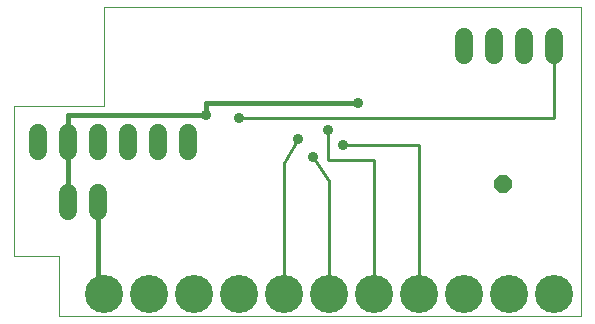
<source format=gbl>
G75*
%MOIN*%
%OFA0B0*%
%FSLAX24Y24*%
%IPPOS*%
%LPD*%
%AMOC8*
5,1,8,0,0,1.08239X$1,22.5*
%
%ADD10C,0.0000*%
%ADD11C,0.1270*%
%ADD12C,0.0600*%
%ADD13OC8,0.0600*%
%ADD14C,0.0357*%
%ADD15C,0.0160*%
%ADD16C,0.0100*%
D10*
X001600Y000550D02*
X001600Y002550D01*
X000100Y002550D01*
X000100Y007550D01*
X003100Y007550D01*
X003100Y010850D01*
X019000Y010850D01*
X019000Y000550D01*
X001600Y000550D01*
D11*
X003100Y001300D03*
X004600Y001300D03*
X006100Y001300D03*
X007600Y001300D03*
X009100Y001300D03*
X010600Y001300D03*
X012100Y001300D03*
X013600Y001300D03*
X015100Y001300D03*
X016600Y001300D03*
X018100Y001300D03*
D12*
X005900Y006050D02*
X005900Y006650D01*
X004900Y006650D02*
X004900Y006050D01*
X003900Y006050D02*
X003900Y006650D01*
X002900Y006650D02*
X002900Y006050D01*
X001900Y006050D02*
X001900Y006650D01*
X000900Y006650D02*
X000900Y006050D01*
X001900Y004650D02*
X001900Y004050D01*
X002900Y004050D02*
X002900Y004650D01*
X015100Y009250D02*
X015100Y009850D01*
X016100Y009850D02*
X016100Y009250D01*
X017100Y009250D02*
X017100Y009850D01*
X018100Y009850D02*
X018100Y009250D01*
D13*
X016400Y004950D03*
D14*
X011050Y006250D03*
X010550Y006750D03*
X009550Y006450D03*
X010050Y005850D03*
X007600Y007150D03*
X006500Y007250D03*
X011550Y007650D03*
D15*
X006500Y007650D01*
X006500Y007250D01*
X001900Y007250D01*
X001900Y006350D01*
X001900Y004350D01*
X002900Y004350D02*
X002900Y001500D01*
X003100Y001300D01*
D16*
X009100Y001300D02*
X009100Y005650D01*
X009550Y006450D01*
X010550Y006750D02*
X010550Y005750D01*
X012100Y005750D01*
X012100Y001300D01*
X010600Y001300D02*
X010600Y005050D01*
X010050Y005850D01*
X011050Y006250D02*
X013600Y006250D01*
X013600Y001300D01*
X018100Y007150D02*
X007600Y007150D01*
X018100Y007150D02*
X018100Y009550D01*
M02*

</source>
